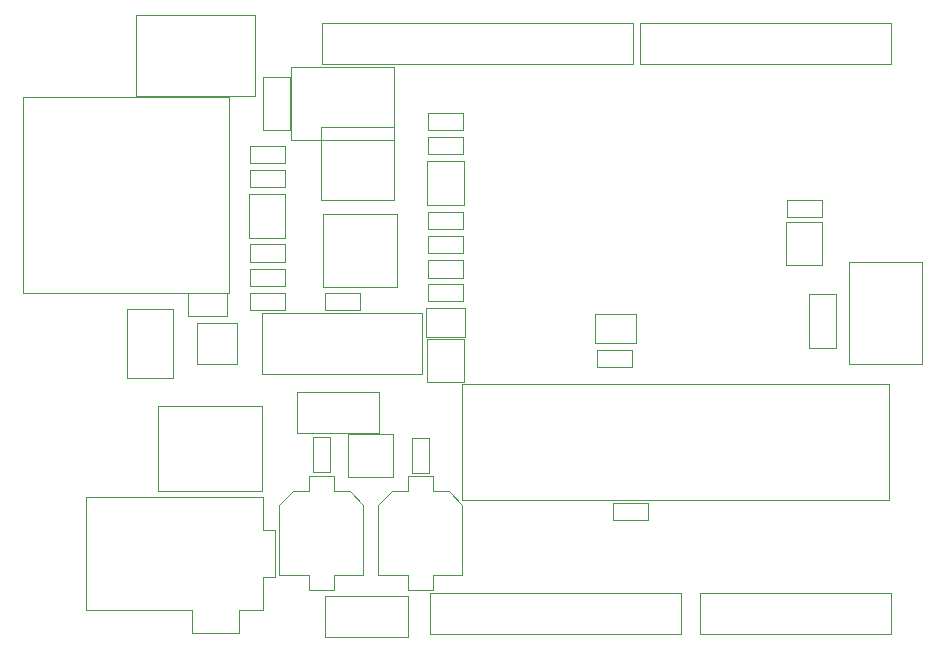
<source format=gbr>
G04 #@! TF.GenerationSoftware,KiCad,Pcbnew,5.0.2-bee76a0~70~ubuntu18.04.1*
G04 #@! TF.CreationDate,2018-12-20T19:54:29+08:00*
G04 #@! TF.ProjectId,arduino-uno,61726475-696e-46f2-9d75-6e6f2e6b6963,rev?*
G04 #@! TF.SameCoordinates,Original*
G04 #@! TF.FileFunction,Other,User*
%FSLAX46Y46*%
G04 Gerber Fmt 4.6, Leading zero omitted, Abs format (unit mm)*
G04 Created by KiCad (PCBNEW 5.0.2-bee76a0~70~ubuntu18.04.1) date 2018年12月20日 星期四 19时54分29秒*
%MOMM*%
%LPD*%
G01*
G04 APERTURE LIST*
%ADD10C,0.050000*%
G04 APERTURE END LIST*
D10*
G04 #@! TO.C,RESET*
X122398000Y-79981000D02*
X112298000Y-79981000D01*
X122398000Y-73181000D02*
X112298000Y-73181000D01*
X122398000Y-79981000D02*
X122398000Y-73181000D01*
X112298000Y-73181000D02*
X112298000Y-79981000D01*
G04 #@! TO.C,P1*
X137188000Y-122075000D02*
X137188000Y-125575000D01*
X158488000Y-122075000D02*
X158488000Y-125575000D01*
X137188000Y-122075000D02*
X158488000Y-122075000D01*
X137188000Y-125575000D02*
X158488000Y-125575000D01*
G04 #@! TO.C,P2*
X160048000Y-122075000D02*
X160048000Y-125575000D01*
X176248000Y-122075000D02*
X176248000Y-125575000D01*
X160048000Y-122075000D02*
X176248000Y-122075000D01*
X160048000Y-125575000D02*
X176248000Y-125575000D01*
G04 #@! TO.C,P3*
X128044000Y-73815000D02*
X128044000Y-77315000D01*
X154444000Y-73815000D02*
X154444000Y-77315000D01*
X128044000Y-73815000D02*
X154444000Y-73815000D01*
X128044000Y-77315000D02*
X154444000Y-77315000D01*
G04 #@! TO.C,P4*
X154968000Y-73815000D02*
X154968000Y-77315000D01*
X176268000Y-73815000D02*
X176268000Y-77315000D01*
X154968000Y-73815000D02*
X176268000Y-73815000D01*
X154968000Y-77315000D02*
X176268000Y-77315000D01*
G04 #@! TO.C,C3*
X155632000Y-115919000D02*
X152672000Y-115919000D01*
X155632000Y-114459000D02*
X155632000Y-115919000D01*
X152672000Y-114459000D02*
X155632000Y-114459000D01*
X152672000Y-115919000D02*
X152672000Y-114459000D01*
G04 #@! TO.C,C4*
X128746000Y-108883000D02*
X128746000Y-111843000D01*
X127286000Y-108883000D02*
X128746000Y-108883000D01*
X127286000Y-111843000D02*
X127286000Y-108883000D01*
X128746000Y-111843000D02*
X127286000Y-111843000D01*
G04 #@! TO.C,C5*
X135668000Y-111970000D02*
X135668000Y-109010000D01*
X137128000Y-111970000D02*
X135668000Y-111970000D01*
X137128000Y-109010000D02*
X137128000Y-111970000D01*
X135668000Y-109010000D02*
X137128000Y-109010000D01*
G04 #@! TO.C,C6*
X121938000Y-96679000D02*
X124898000Y-96679000D01*
X121938000Y-98139000D02*
X121938000Y-96679000D01*
X124898000Y-98139000D02*
X121938000Y-98139000D01*
X124898000Y-96679000D02*
X124898000Y-98139000D01*
G04 #@! TO.C,C7*
X137066000Y-97382000D02*
X137066000Y-95922000D01*
X137066000Y-95922000D02*
X140026000Y-95922000D01*
X140026000Y-95922000D02*
X140026000Y-97382000D01*
X140026000Y-97382000D02*
X137066000Y-97382000D01*
G04 #@! TO.C,C8*
X124898000Y-94647000D02*
X124898000Y-96107000D01*
X124898000Y-96107000D02*
X121938000Y-96107000D01*
X121938000Y-96107000D02*
X121938000Y-94647000D01*
X121938000Y-94647000D02*
X124898000Y-94647000D01*
G04 #@! TO.C,C9*
X137066000Y-82899000D02*
X137066000Y-81439000D01*
X137066000Y-81439000D02*
X140026000Y-81439000D01*
X140026000Y-81439000D02*
X140026000Y-82899000D01*
X140026000Y-82899000D02*
X137066000Y-82899000D01*
G04 #@! TO.C,C10*
X140026000Y-93921500D02*
X140026000Y-95381500D01*
X140026000Y-95381500D02*
X137066000Y-95381500D01*
X137066000Y-95381500D02*
X137066000Y-93921500D01*
X137066000Y-93921500D02*
X140026000Y-93921500D01*
G04 #@! TO.C,C11*
X124898000Y-85693000D02*
X121938000Y-85693000D01*
X124898000Y-84233000D02*
X124898000Y-85693000D01*
X121938000Y-84233000D02*
X124898000Y-84233000D01*
X121938000Y-85693000D02*
X121938000Y-84233000D01*
G04 #@! TO.C,D1*
X135358000Y-125829000D02*
X128358000Y-125829000D01*
X128358000Y-125829000D02*
X128358000Y-122329000D01*
X128358000Y-122329000D02*
X135358000Y-122329000D01*
X135358000Y-122329000D02*
X135358000Y-125829000D01*
G04 #@! TO.C,ON*
X170390000Y-90265000D02*
X167430000Y-90265000D01*
X170390000Y-88805000D02*
X170390000Y-90265000D01*
X167430000Y-88805000D02*
X170390000Y-88805000D01*
X167430000Y-90265000D02*
X167430000Y-88805000D01*
G04 #@! TO.C,D3*
X125326000Y-78365000D02*
X125326000Y-82925000D01*
X123086000Y-78365000D02*
X125326000Y-78365000D01*
X123086000Y-82925000D02*
X123086000Y-78365000D01*
X125326000Y-82925000D02*
X123086000Y-82925000D01*
G04 #@! TO.C,TX*
X140006000Y-89800500D02*
X140006000Y-91260500D01*
X140006000Y-91260500D02*
X137046000Y-91260500D01*
X137046000Y-91260500D02*
X137046000Y-89800500D01*
X137046000Y-89800500D02*
X140006000Y-89800500D01*
G04 #@! TO.C,RX*
X137046000Y-91881000D02*
X140006000Y-91881000D01*
X137046000Y-93341000D02*
X137046000Y-91881000D01*
X140006000Y-93341000D02*
X137046000Y-93341000D01*
X140006000Y-91881000D02*
X140006000Y-93341000D01*
G04 #@! TO.C,D6*
X169314000Y-96777000D02*
X171554000Y-96777000D01*
X171554000Y-96777000D02*
X171554000Y-101337000D01*
X171554000Y-101337000D02*
X169314000Y-101337000D01*
X169314000Y-101337000D02*
X169314000Y-96777000D01*
G04 #@! TO.C,L*
X140006000Y-83479500D02*
X140006000Y-84939500D01*
X140006000Y-84939500D02*
X137046000Y-84939500D01*
X137046000Y-84939500D02*
X137046000Y-83479500D01*
X137046000Y-83479500D02*
X140006000Y-83479500D01*
G04 #@! TO.C,F1*
X115488000Y-103915000D02*
X111588000Y-103915000D01*
X111588000Y-103915000D02*
X111588000Y-98015000D01*
X111588000Y-98015000D02*
X115488000Y-98015000D01*
X115488000Y-98015000D02*
X115488000Y-103915000D01*
G04 #@! TO.C,FB1*
X116684000Y-98613000D02*
X116684000Y-96713000D01*
X116684000Y-96713000D02*
X120044000Y-96713000D01*
X120044000Y-96713000D02*
X120044000Y-98613000D01*
X120044000Y-98613000D02*
X116684000Y-98613000D01*
G04 #@! TO.C,J1*
X123078000Y-114245000D02*
X123078000Y-113995000D01*
X123078000Y-113995000D02*
X108078000Y-113995000D01*
X123078000Y-114245000D02*
X123078000Y-116745000D01*
X123078000Y-116745000D02*
X124078000Y-116745000D01*
X124078000Y-116745000D02*
X124078000Y-120745000D01*
X124078000Y-120745000D02*
X123078000Y-120745000D01*
X123078000Y-120745000D02*
X123078000Y-123495000D01*
X123078000Y-123495000D02*
X121078000Y-123495000D01*
X121078000Y-123495000D02*
X121078000Y-125495000D01*
X121078000Y-125495000D02*
X117078000Y-125495000D01*
X117078000Y-125495000D02*
X117078000Y-123495000D01*
X117078000Y-123495000D02*
X108078000Y-123495000D01*
X108078000Y-123495000D02*
X108078000Y-113995000D01*
G04 #@! TO.C,J2*
X120238000Y-96655000D02*
X120238000Y-80115000D01*
X120238000Y-80115000D02*
X102738000Y-80115000D01*
X102738000Y-80115000D02*
X102738000Y-96655000D01*
X102738000Y-96655000D02*
X120238000Y-96655000D01*
G04 #@! TO.C,J3*
X134134000Y-77575000D02*
X125484000Y-77575000D01*
X125484000Y-77575000D02*
X125484000Y-83725000D01*
X125484000Y-83725000D02*
X134134000Y-83725000D01*
X134134000Y-83725000D02*
X134134000Y-77575000D01*
G04 #@! TO.C,J4*
X134134000Y-82655000D02*
X127984000Y-82655000D01*
X127984000Y-82655000D02*
X127984000Y-88805000D01*
X127984000Y-88805000D02*
X134134000Y-88805000D01*
X134134000Y-88805000D02*
X134134000Y-82655000D01*
G04 #@! TO.C,ICSP*
X178848000Y-94085000D02*
X172698000Y-94085000D01*
X178848000Y-102735000D02*
X178848000Y-94085000D01*
X172698000Y-102735000D02*
X178848000Y-102735000D01*
X172698000Y-94085000D02*
X172698000Y-102735000D01*
G04 #@! TO.C,Q1*
X120848000Y-102715000D02*
X117448000Y-102715000D01*
X117448000Y-102715000D02*
X117448000Y-99215000D01*
X117448000Y-99215000D02*
X120848000Y-99215000D01*
X120848000Y-99215000D02*
X120848000Y-102715000D01*
G04 #@! TO.C,R1*
X128288000Y-98139000D02*
X128288000Y-96679000D01*
X128288000Y-96679000D02*
X131248000Y-96679000D01*
X131248000Y-96679000D02*
X131248000Y-98139000D01*
X131248000Y-98139000D02*
X128288000Y-98139000D01*
G04 #@! TO.C,R2*
X154288000Y-101505000D02*
X154288000Y-102965000D01*
X154288000Y-102965000D02*
X151328000Y-102965000D01*
X151328000Y-102965000D02*
X151328000Y-101505000D01*
X151328000Y-101505000D02*
X154288000Y-101505000D01*
G04 #@! TO.C,RN1*
X167340000Y-90663000D02*
X170440000Y-90663000D01*
X167340000Y-90663000D02*
X167340000Y-94363000D01*
X170440000Y-94363000D02*
X170440000Y-90663000D01*
X170440000Y-94363000D02*
X167340000Y-94363000D01*
G04 #@! TO.C,RN2*
X136996000Y-100563000D02*
X140096000Y-100563000D01*
X136996000Y-100563000D02*
X136996000Y-104263000D01*
X140096000Y-104263000D02*
X140096000Y-100563000D01*
X140096000Y-104263000D02*
X136996000Y-104263000D01*
G04 #@! TO.C,RN3*
X121868000Y-88295100D02*
X124968000Y-88295100D01*
X121868000Y-88295100D02*
X121868000Y-91995100D01*
X124968000Y-91995100D02*
X124968000Y-88295100D01*
X124968000Y-91995100D02*
X121868000Y-91995100D01*
G04 #@! TO.C,RN4*
X136996000Y-85520000D02*
X140096000Y-85520000D01*
X136996000Y-85520000D02*
X136996000Y-89220000D01*
X140096000Y-89220000D02*
X140096000Y-85520000D01*
X140096000Y-89220000D02*
X136996000Y-89220000D01*
G04 #@! TO.C,RV1*
X124898000Y-87724000D02*
X121938000Y-87724000D01*
X124898000Y-86264000D02*
X124898000Y-87724000D01*
X121938000Y-86264000D02*
X124898000Y-86264000D01*
X121938000Y-87724000D02*
X121938000Y-86264000D01*
G04 #@! TO.C,RV2*
X121938000Y-94026100D02*
X121938000Y-92566100D01*
X121938000Y-92566100D02*
X124898000Y-92566100D01*
X124898000Y-92566100D02*
X124898000Y-94026100D01*
X124898000Y-94026100D02*
X121938000Y-94026100D01*
G04 #@! TO.C,U1*
X114218000Y-113455000D02*
X123018000Y-113455000D01*
X114218000Y-106255000D02*
X114218000Y-113455000D01*
X123018000Y-106255000D02*
X114218000Y-106255000D01*
X123018000Y-113455000D02*
X123018000Y-106255000D01*
G04 #@! TO.C,U2*
X132893000Y-108557000D02*
X125933000Y-108557000D01*
X132893000Y-105057000D02*
X132893000Y-108557000D01*
X125933000Y-105057000D02*
X132893000Y-105057000D01*
X125933000Y-108557000D02*
X125933000Y-105057000D01*
G04 #@! TO.C,U3*
X130307000Y-108629000D02*
X134107000Y-108629000D01*
X134107000Y-108629000D02*
X134107000Y-112229000D01*
X134107000Y-112229000D02*
X130307000Y-112229000D01*
X130307000Y-112229000D02*
X130307000Y-108629000D01*
G04 #@! TO.C,U4*
X128198000Y-96225000D02*
X134438000Y-96225000D01*
X134438000Y-96225000D02*
X134438000Y-89985000D01*
X134438000Y-89985000D02*
X128198000Y-89985000D01*
X128198000Y-89985000D02*
X128198000Y-96225000D01*
G04 #@! TO.C,U5*
X176048000Y-104437000D02*
X139948000Y-104437000D01*
X139948000Y-104437000D02*
X139948000Y-114237000D01*
X139948000Y-114237000D02*
X176048000Y-114237000D01*
X176048000Y-114237000D02*
X176048000Y-104437000D01*
G04 #@! TO.C,Y1*
X122968000Y-98365000D02*
X122968000Y-103565000D01*
X122968000Y-103565000D02*
X136568000Y-103565000D01*
X136568000Y-103565000D02*
X136568000Y-98365000D01*
X136568000Y-98365000D02*
X122968000Y-98365000D01*
G04 #@! TO.C,Y2*
X154658000Y-100895000D02*
X151158000Y-100895000D01*
X151158000Y-98495000D02*
X154658000Y-98495000D01*
X154658000Y-98495000D02*
X154658000Y-100895000D01*
X151158000Y-100895000D02*
X151158000Y-98495000D01*
G04 #@! TO.C,C1*
X126966000Y-112211000D02*
X126966000Y-113461000D01*
X129066000Y-112211000D02*
X126966000Y-112211000D01*
X129066000Y-113461000D02*
X129066000Y-112211000D01*
X126966000Y-113461000D02*
X125616000Y-113461000D01*
X130416000Y-113461000D02*
X129066000Y-113461000D01*
X130416000Y-113461000D02*
X131566000Y-114611000D01*
X125616000Y-113461000D02*
X124466000Y-114611000D01*
X131566000Y-114611000D02*
X131566000Y-120561000D01*
X124466000Y-114611000D02*
X124466000Y-120561000D01*
X126966000Y-120561000D02*
X124466000Y-120561000D01*
X126966000Y-121811000D02*
X126966000Y-120561000D01*
X129066000Y-121811000D02*
X126966000Y-121811000D01*
X129066000Y-120561000D02*
X129066000Y-121811000D01*
X131566000Y-120561000D02*
X129066000Y-120561000D01*
G04 #@! TO.C,C2*
X135348000Y-112211000D02*
X135348000Y-113461000D01*
X137448000Y-112211000D02*
X135348000Y-112211000D01*
X137448000Y-113461000D02*
X137448000Y-112211000D01*
X135348000Y-113461000D02*
X133998000Y-113461000D01*
X138798000Y-113461000D02*
X137448000Y-113461000D01*
X138798000Y-113461000D02*
X139948000Y-114611000D01*
X133998000Y-113461000D02*
X132848000Y-114611000D01*
X139948000Y-114611000D02*
X139948000Y-120561000D01*
X132848000Y-114611000D02*
X132848000Y-120561000D01*
X135348000Y-120561000D02*
X132848000Y-120561000D01*
X135348000Y-121811000D02*
X135348000Y-120561000D01*
X137448000Y-121811000D02*
X135348000Y-121811000D01*
X137448000Y-120561000D02*
X137448000Y-121811000D01*
X139948000Y-120561000D02*
X137448000Y-120561000D01*
G04 #@! TO.C,RESET-EN*
X136896000Y-97922500D02*
X140196000Y-97922500D01*
X136896000Y-97922500D02*
X136896000Y-100422500D01*
X140196000Y-100422500D02*
X140196000Y-97922500D01*
X140196000Y-100422500D02*
X136896000Y-100422500D01*
G04 #@! TD*
M02*

</source>
